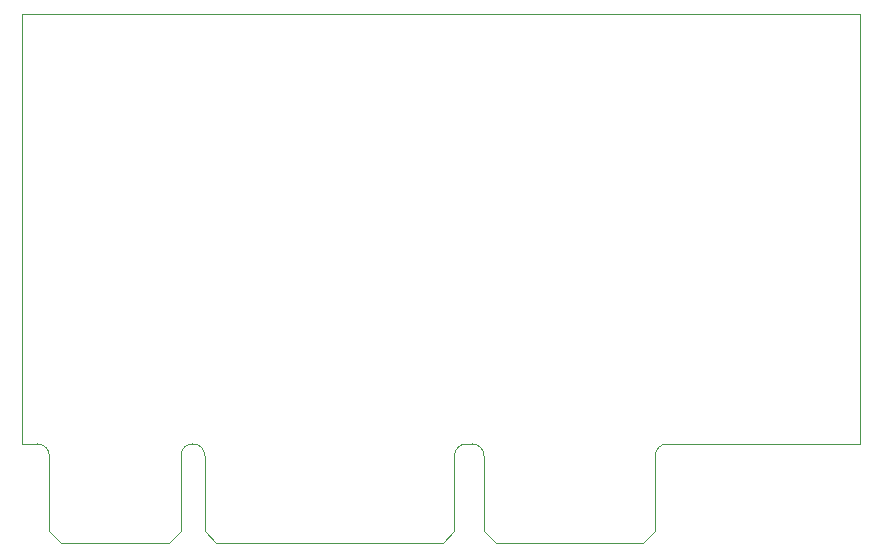
<source format=gbr>
G04 #@! TF.FileFunction,Profile,NP*
%FSLAX46Y46*%
G04 Gerber Fmt 4.6, Leading zero omitted, Abs format (unit mm)*
G04 Created by KiCad (PCBNEW 4.0.7) date 09/09/17 19:36:50*
%MOMM*%
%LPD*%
G01*
G04 APERTURE LIST*
%ADD10C,0.100000*%
G04 APERTURE END LIST*
D10*
X86767232Y-135759051D02*
X86767232Y-135359051D01*
X97917232Y-135359051D02*
X97917232Y-135759051D01*
X96917232Y-136759051D02*
X87767232Y-136759051D01*
X96917232Y-136759051D02*
X97917232Y-135759051D01*
X86767232Y-135759051D02*
X87767232Y-136759051D01*
X155417232Y-91959051D02*
X155417232Y-128359051D01*
X84417232Y-128359051D02*
X84417232Y-91959051D01*
X84417232Y-91959051D02*
X155417232Y-91959051D01*
X121067232Y-129359051D02*
X121067232Y-135359051D01*
X121067232Y-129359051D02*
G75*
G02X122067232Y-128359051I1000000J0D01*
G01*
X122567232Y-128359051D02*
X122067232Y-128359051D01*
X122567232Y-128359051D02*
G75*
G02X123567232Y-129359051I0J-1000000D01*
G01*
X123567232Y-135359051D02*
X123567232Y-129359051D01*
X138067232Y-129359051D02*
X138067232Y-135359051D01*
X138067232Y-129359051D02*
G75*
G02X139067232Y-128359051I1000000J0D01*
G01*
X155417232Y-128359051D02*
X139067232Y-128359051D01*
X85767232Y-128359051D02*
X84417232Y-128359051D01*
X85767232Y-128359051D02*
G75*
G02X86767232Y-129359051I0J-1000000D01*
G01*
X86767232Y-135359051D02*
X86767232Y-129359051D01*
X97917232Y-129359051D02*
X97917232Y-135359051D01*
X97917232Y-129359051D02*
G75*
G02X99917232Y-129359051I1000000J0D01*
G01*
X99917232Y-135359051D02*
X99917232Y-129359051D01*
X137067232Y-136759051D02*
X124567232Y-136759051D01*
X137067232Y-136759051D02*
X138067232Y-135759051D01*
X138067232Y-135359051D02*
X138067232Y-135759051D01*
X123567232Y-135759051D02*
X123567232Y-135359051D01*
X123567232Y-135759051D02*
X124567232Y-136759051D01*
X120067232Y-136759051D02*
X100917232Y-136759051D01*
X120067232Y-136759051D02*
X121067232Y-135759051D01*
X121067232Y-135359051D02*
X121067232Y-135759051D01*
X99917232Y-135759051D02*
X99917232Y-135359051D01*
X99917232Y-135759051D02*
X100917232Y-136759051D01*
M02*

</source>
